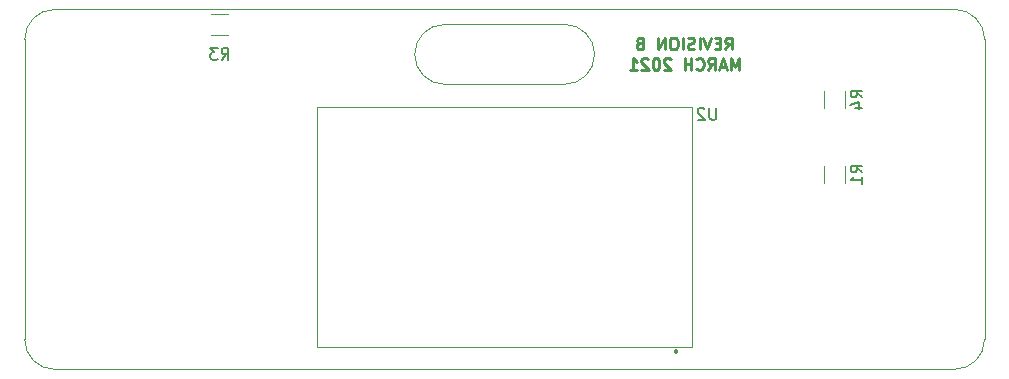
<source format=gbr>
%TF.GenerationSoftware,KiCad,Pcbnew,5.1.8+dfsg1-1+b1*%
%TF.CreationDate,2021-04-24T17:30:00-05:00*%
%TF.ProjectId,driver,64726976-6572-42e6-9b69-6361645f7063,B*%
%TF.SameCoordinates,Original*%
%TF.FileFunction,Legend,Bot*%
%TF.FilePolarity,Positive*%
%FSLAX46Y46*%
G04 Gerber Fmt 4.6, Leading zero omitted, Abs format (unit mm)*
G04 Created by KiCad (PCBNEW 5.1.8+dfsg1-1+b1) date 2021-04-24 17:30:00*
%MOMM*%
%LPD*%
G01*
G04 APERTURE LIST*
%TA.AperFunction,Profile*%
%ADD10C,0.100000*%
%TD*%
%ADD11C,0.250000*%
%ADD12C,0.120000*%
%ADD13C,0.300000*%
%ADD14C,0.100000*%
%ADD15C,0.150000*%
G04 APERTURE END LIST*
D10*
X121920000Y-85090000D02*
G75*
G02*
X119380000Y-82550000I0J2540000D01*
G01*
X165100000Y-78740000D02*
X88900000Y-78740000D01*
X119380000Y-82550000D02*
G75*
G02*
X121920000Y-80010000I2540000J0D01*
G01*
X132080000Y-80010000D02*
G75*
G02*
X134620000Y-82550000I0J-2540000D01*
G01*
X134620000Y-82550000D02*
G75*
G02*
X132080000Y-85090000I-2540000J0D01*
G01*
X132080000Y-80010000D02*
X121920000Y-80010000D01*
X132080000Y-85090000D02*
X121920000Y-85090000D01*
X165100000Y-109220000D02*
X88900000Y-109220000D01*
X86360000Y-81280000D02*
X86360000Y-106680000D01*
X167640000Y-106680000D02*
X167640000Y-81280000D01*
X86360000Y-81280000D02*
G75*
G02*
X88900000Y-78740000I2540000J0D01*
G01*
X88900000Y-109220000D02*
G75*
G02*
X86360000Y-106680000I0J2540000D01*
G01*
X167640000Y-106680000D02*
G75*
G02*
X165100000Y-109220000I-2540000J0D01*
G01*
X165100000Y-78740000D02*
G75*
G02*
X167640000Y-81280000I0J-2540000D01*
G01*
D11*
X145692380Y-82127380D02*
X146025714Y-81651190D01*
X146263809Y-82127380D02*
X146263809Y-81127380D01*
X145882857Y-81127380D01*
X145787619Y-81175000D01*
X145740000Y-81222619D01*
X145692380Y-81317857D01*
X145692380Y-81460714D01*
X145740000Y-81555952D01*
X145787619Y-81603571D01*
X145882857Y-81651190D01*
X146263809Y-81651190D01*
X145263809Y-81603571D02*
X144930476Y-81603571D01*
X144787619Y-82127380D02*
X145263809Y-82127380D01*
X145263809Y-81127380D01*
X144787619Y-81127380D01*
X144501904Y-81127380D02*
X144168571Y-82127380D01*
X143835238Y-81127380D01*
X143501904Y-82127380D02*
X143501904Y-81127380D01*
X143073333Y-82079761D02*
X142930476Y-82127380D01*
X142692380Y-82127380D01*
X142597142Y-82079761D01*
X142549523Y-82032142D01*
X142501904Y-81936904D01*
X142501904Y-81841666D01*
X142549523Y-81746428D01*
X142597142Y-81698809D01*
X142692380Y-81651190D01*
X142882857Y-81603571D01*
X142978095Y-81555952D01*
X143025714Y-81508333D01*
X143073333Y-81413095D01*
X143073333Y-81317857D01*
X143025714Y-81222619D01*
X142978095Y-81175000D01*
X142882857Y-81127380D01*
X142644761Y-81127380D01*
X142501904Y-81175000D01*
X142073333Y-82127380D02*
X142073333Y-81127380D01*
X141406666Y-81127380D02*
X141216190Y-81127380D01*
X141120952Y-81175000D01*
X141025714Y-81270238D01*
X140978095Y-81460714D01*
X140978095Y-81794047D01*
X141025714Y-81984523D01*
X141120952Y-82079761D01*
X141216190Y-82127380D01*
X141406666Y-82127380D01*
X141501904Y-82079761D01*
X141597142Y-81984523D01*
X141644761Y-81794047D01*
X141644761Y-81460714D01*
X141597142Y-81270238D01*
X141501904Y-81175000D01*
X141406666Y-81127380D01*
X140549523Y-82127380D02*
X140549523Y-81127380D01*
X139978095Y-82127380D01*
X139978095Y-81127380D01*
X138406666Y-81603571D02*
X138263809Y-81651190D01*
X138216190Y-81698809D01*
X138168571Y-81794047D01*
X138168571Y-81936904D01*
X138216190Y-82032142D01*
X138263809Y-82079761D01*
X138359047Y-82127380D01*
X138740000Y-82127380D01*
X138740000Y-81127380D01*
X138406666Y-81127380D01*
X138311428Y-81175000D01*
X138263809Y-81222619D01*
X138216190Y-81317857D01*
X138216190Y-81413095D01*
X138263809Y-81508333D01*
X138311428Y-81555952D01*
X138406666Y-81603571D01*
X138740000Y-81603571D01*
X146811428Y-83877380D02*
X146811428Y-82877380D01*
X146478095Y-83591666D01*
X146144761Y-82877380D01*
X146144761Y-83877380D01*
X145716190Y-83591666D02*
X145240000Y-83591666D01*
X145811428Y-83877380D02*
X145478095Y-82877380D01*
X145144761Y-83877380D01*
X144240000Y-83877380D02*
X144573333Y-83401190D01*
X144811428Y-83877380D02*
X144811428Y-82877380D01*
X144430476Y-82877380D01*
X144335238Y-82925000D01*
X144287619Y-82972619D01*
X144240000Y-83067857D01*
X144240000Y-83210714D01*
X144287619Y-83305952D01*
X144335238Y-83353571D01*
X144430476Y-83401190D01*
X144811428Y-83401190D01*
X143240000Y-83782142D02*
X143287619Y-83829761D01*
X143430476Y-83877380D01*
X143525714Y-83877380D01*
X143668571Y-83829761D01*
X143763809Y-83734523D01*
X143811428Y-83639285D01*
X143859047Y-83448809D01*
X143859047Y-83305952D01*
X143811428Y-83115476D01*
X143763809Y-83020238D01*
X143668571Y-82925000D01*
X143525714Y-82877380D01*
X143430476Y-82877380D01*
X143287619Y-82925000D01*
X143240000Y-82972619D01*
X142811428Y-83877380D02*
X142811428Y-82877380D01*
X142811428Y-83353571D02*
X142240000Y-83353571D01*
X142240000Y-83877380D02*
X142240000Y-82877380D01*
X141049523Y-82972619D02*
X141001904Y-82925000D01*
X140906666Y-82877380D01*
X140668571Y-82877380D01*
X140573333Y-82925000D01*
X140525714Y-82972619D01*
X140478095Y-83067857D01*
X140478095Y-83163095D01*
X140525714Y-83305952D01*
X141097142Y-83877380D01*
X140478095Y-83877380D01*
X139859047Y-82877380D02*
X139763809Y-82877380D01*
X139668571Y-82925000D01*
X139620952Y-82972619D01*
X139573333Y-83067857D01*
X139525714Y-83258333D01*
X139525714Y-83496428D01*
X139573333Y-83686904D01*
X139620952Y-83782142D01*
X139668571Y-83829761D01*
X139763809Y-83877380D01*
X139859047Y-83877380D01*
X139954285Y-83829761D01*
X140001904Y-83782142D01*
X140049523Y-83686904D01*
X140097142Y-83496428D01*
X140097142Y-83258333D01*
X140049523Y-83067857D01*
X140001904Y-82972619D01*
X139954285Y-82925000D01*
X139859047Y-82877380D01*
X139144761Y-82972619D02*
X139097142Y-82925000D01*
X139001904Y-82877380D01*
X138763809Y-82877380D01*
X138668571Y-82925000D01*
X138620952Y-82972619D01*
X138573333Y-83067857D01*
X138573333Y-83163095D01*
X138620952Y-83305952D01*
X139192380Y-83877380D01*
X138573333Y-83877380D01*
X137620952Y-83877380D02*
X138192380Y-83877380D01*
X137906666Y-83877380D02*
X137906666Y-82877380D01*
X138001904Y-83020238D01*
X138097142Y-83115476D01*
X138192380Y-83163095D01*
D12*
%TO.C,R4*%
X155850000Y-87087064D02*
X155850000Y-85632936D01*
X154030000Y-87087064D02*
X154030000Y-85632936D01*
%TO.C,R3*%
X103597064Y-79100000D02*
X102142936Y-79100000D01*
X103597064Y-80920000D02*
X102142936Y-80920000D01*
%TO.C,R1*%
X154030000Y-91982936D02*
X154030000Y-93437064D01*
X155850000Y-91982936D02*
X155850000Y-93437064D01*
D13*
%TO.C,U2*%
X141500000Y-107755000D02*
X141500000Y-107755000D01*
X141500000Y-107655000D02*
X141500000Y-107655000D01*
D14*
X111100000Y-107305000D02*
X142900000Y-107305000D01*
X111100000Y-87005000D02*
X111100000Y-107305000D01*
X142900000Y-87005000D02*
X111100000Y-87005000D01*
X142900000Y-107305000D02*
X142900000Y-87005000D01*
D13*
X141500000Y-107655000D02*
G75*
G03*
X141500000Y-107755000I0J-50000D01*
G01*
X141500000Y-107755000D02*
G75*
G03*
X141500000Y-107655000I0J50000D01*
G01*
%TD*%
%TO.C,R4*%
D15*
X157297380Y-86193333D02*
X156821190Y-85860000D01*
X157297380Y-85621904D02*
X156297380Y-85621904D01*
X156297380Y-86002857D01*
X156345000Y-86098095D01*
X156392619Y-86145714D01*
X156487857Y-86193333D01*
X156630714Y-86193333D01*
X156725952Y-86145714D01*
X156773571Y-86098095D01*
X156821190Y-86002857D01*
X156821190Y-85621904D01*
X156630714Y-87050476D02*
X157297380Y-87050476D01*
X156249761Y-86812380D02*
X156964047Y-86574285D01*
X156964047Y-87193333D01*
%TO.C,R3*%
X103036666Y-83002380D02*
X103370000Y-82526190D01*
X103608095Y-83002380D02*
X103608095Y-82002380D01*
X103227142Y-82002380D01*
X103131904Y-82050000D01*
X103084285Y-82097619D01*
X103036666Y-82192857D01*
X103036666Y-82335714D01*
X103084285Y-82430952D01*
X103131904Y-82478571D01*
X103227142Y-82526190D01*
X103608095Y-82526190D01*
X102703333Y-82002380D02*
X102084285Y-82002380D01*
X102417619Y-82383333D01*
X102274761Y-82383333D01*
X102179523Y-82430952D01*
X102131904Y-82478571D01*
X102084285Y-82573809D01*
X102084285Y-82811904D01*
X102131904Y-82907142D01*
X102179523Y-82954761D01*
X102274761Y-83002380D01*
X102560476Y-83002380D01*
X102655714Y-82954761D01*
X102703333Y-82907142D01*
%TO.C,R1*%
X157297380Y-92543333D02*
X156821190Y-92210000D01*
X157297380Y-91971904D02*
X156297380Y-91971904D01*
X156297380Y-92352857D01*
X156345000Y-92448095D01*
X156392619Y-92495714D01*
X156487857Y-92543333D01*
X156630714Y-92543333D01*
X156725952Y-92495714D01*
X156773571Y-92448095D01*
X156821190Y-92352857D01*
X156821190Y-91971904D01*
X157297380Y-93495714D02*
X157297380Y-92924285D01*
X157297380Y-93210000D02*
X156297380Y-93210000D01*
X156440238Y-93114761D01*
X156535476Y-93019523D01*
X156583095Y-92924285D01*
%TO.C,U2*%
X144906904Y-87082380D02*
X144906904Y-87891904D01*
X144859285Y-87987142D01*
X144811666Y-88034761D01*
X144716428Y-88082380D01*
X144525952Y-88082380D01*
X144430714Y-88034761D01*
X144383095Y-87987142D01*
X144335476Y-87891904D01*
X144335476Y-87082380D01*
X143906904Y-87177619D02*
X143859285Y-87130000D01*
X143764047Y-87082380D01*
X143525952Y-87082380D01*
X143430714Y-87130000D01*
X143383095Y-87177619D01*
X143335476Y-87272857D01*
X143335476Y-87368095D01*
X143383095Y-87510952D01*
X143954523Y-88082380D01*
X143335476Y-88082380D01*
%TD*%
M02*

</source>
